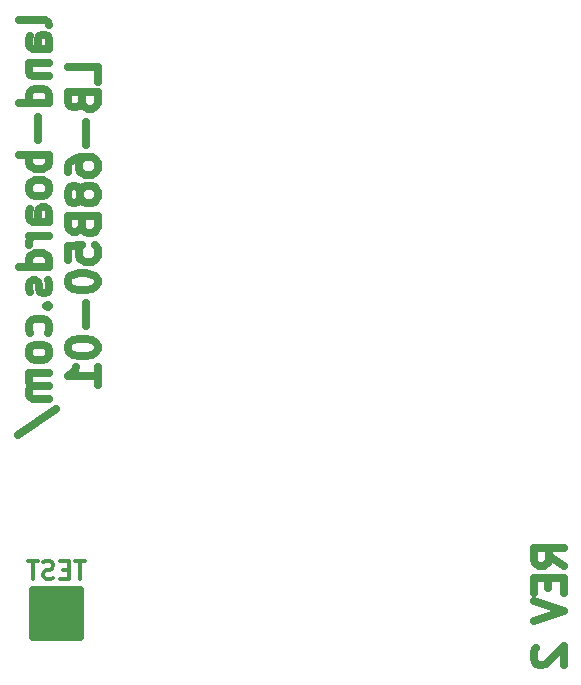
<source format=gbo>
G04 #@! TF.GenerationSoftware,KiCad,Pcbnew,(7.0.0)*
G04 #@! TF.CreationDate,2024-08-23T18:02:30-04:00*
G04 #@! TF.ProjectId,LB-68B50-01,4c422d36-3842-4353-902d-30312e6b6963,1*
G04 #@! TF.SameCoordinates,Original*
G04 #@! TF.FileFunction,Legend,Bot*
G04 #@! TF.FilePolarity,Positive*
%FSLAX46Y46*%
G04 Gerber Fmt 4.6, Leading zero omitted, Abs format (unit mm)*
G04 Created by KiCad (PCBNEW (7.0.0)) date 2024-08-23 18:02:30*
%MOMM*%
%LPD*%
G01*
G04 APERTURE LIST*
%ADD10C,0.635000*%
%ADD11C,0.304800*%
%ADD12C,0.650000*%
G04 APERTURE END LIST*
D10*
X136442147Y-91743592D02*
X136321195Y-91501687D01*
X136321195Y-91501687D02*
X136079290Y-91380734D01*
X136079290Y-91380734D02*
X133902147Y-91380734D01*
X136442147Y-93799782D02*
X135111671Y-93799782D01*
X135111671Y-93799782D02*
X134869766Y-93678829D01*
X134869766Y-93678829D02*
X134748814Y-93436925D01*
X134748814Y-93436925D02*
X134748814Y-92953115D01*
X134748814Y-92953115D02*
X134869766Y-92711210D01*
X136321195Y-93799782D02*
X136442147Y-93557877D01*
X136442147Y-93557877D02*
X136442147Y-92953115D01*
X136442147Y-92953115D02*
X136321195Y-92711210D01*
X136321195Y-92711210D02*
X136079290Y-92590258D01*
X136079290Y-92590258D02*
X135837385Y-92590258D01*
X135837385Y-92590258D02*
X135595480Y-92711210D01*
X135595480Y-92711210D02*
X135474528Y-92953115D01*
X135474528Y-92953115D02*
X135474528Y-93557877D01*
X135474528Y-93557877D02*
X135353576Y-93799782D01*
X134748814Y-95009305D02*
X136442147Y-95009305D01*
X134990719Y-95009305D02*
X134869766Y-95130258D01*
X134869766Y-95130258D02*
X134748814Y-95372163D01*
X134748814Y-95372163D02*
X134748814Y-95735020D01*
X134748814Y-95735020D02*
X134869766Y-95976924D01*
X134869766Y-95976924D02*
X135111671Y-96097877D01*
X135111671Y-96097877D02*
X136442147Y-96097877D01*
X136442147Y-98395972D02*
X133902147Y-98395972D01*
X136321195Y-98395972D02*
X136442147Y-98154067D01*
X136442147Y-98154067D02*
X136442147Y-97670258D01*
X136442147Y-97670258D02*
X136321195Y-97428353D01*
X136321195Y-97428353D02*
X136200242Y-97307400D01*
X136200242Y-97307400D02*
X135958338Y-97186448D01*
X135958338Y-97186448D02*
X135232623Y-97186448D01*
X135232623Y-97186448D02*
X134990719Y-97307400D01*
X134990719Y-97307400D02*
X134869766Y-97428353D01*
X134869766Y-97428353D02*
X134748814Y-97670258D01*
X134748814Y-97670258D02*
X134748814Y-98154067D01*
X134748814Y-98154067D02*
X134869766Y-98395972D01*
X135474528Y-99605495D02*
X135474528Y-101540734D01*
X136442147Y-102750257D02*
X133902147Y-102750257D01*
X134869766Y-102750257D02*
X134748814Y-102992162D01*
X134748814Y-102992162D02*
X134748814Y-103475972D01*
X134748814Y-103475972D02*
X134869766Y-103717876D01*
X134869766Y-103717876D02*
X134990719Y-103838829D01*
X134990719Y-103838829D02*
X135232623Y-103959781D01*
X135232623Y-103959781D02*
X135958338Y-103959781D01*
X135958338Y-103959781D02*
X136200242Y-103838829D01*
X136200242Y-103838829D02*
X136321195Y-103717876D01*
X136321195Y-103717876D02*
X136442147Y-103475972D01*
X136442147Y-103475972D02*
X136442147Y-102992162D01*
X136442147Y-102992162D02*
X136321195Y-102750257D01*
X136442147Y-105411210D02*
X136321195Y-105169305D01*
X136321195Y-105169305D02*
X136200242Y-105048352D01*
X136200242Y-105048352D02*
X135958338Y-104927400D01*
X135958338Y-104927400D02*
X135232623Y-104927400D01*
X135232623Y-104927400D02*
X134990719Y-105048352D01*
X134990719Y-105048352D02*
X134869766Y-105169305D01*
X134869766Y-105169305D02*
X134748814Y-105411210D01*
X134748814Y-105411210D02*
X134748814Y-105774067D01*
X134748814Y-105774067D02*
X134869766Y-106015971D01*
X134869766Y-106015971D02*
X134990719Y-106136924D01*
X134990719Y-106136924D02*
X135232623Y-106257876D01*
X135232623Y-106257876D02*
X135958338Y-106257876D01*
X135958338Y-106257876D02*
X136200242Y-106136924D01*
X136200242Y-106136924D02*
X136321195Y-106015971D01*
X136321195Y-106015971D02*
X136442147Y-105774067D01*
X136442147Y-105774067D02*
X136442147Y-105411210D01*
X136442147Y-108435019D02*
X135111671Y-108435019D01*
X135111671Y-108435019D02*
X134869766Y-108314066D01*
X134869766Y-108314066D02*
X134748814Y-108072162D01*
X134748814Y-108072162D02*
X134748814Y-107588352D01*
X134748814Y-107588352D02*
X134869766Y-107346447D01*
X136321195Y-108435019D02*
X136442147Y-108193114D01*
X136442147Y-108193114D02*
X136442147Y-107588352D01*
X136442147Y-107588352D02*
X136321195Y-107346447D01*
X136321195Y-107346447D02*
X136079290Y-107225495D01*
X136079290Y-107225495D02*
X135837385Y-107225495D01*
X135837385Y-107225495D02*
X135595480Y-107346447D01*
X135595480Y-107346447D02*
X135474528Y-107588352D01*
X135474528Y-107588352D02*
X135474528Y-108193114D01*
X135474528Y-108193114D02*
X135353576Y-108435019D01*
X136442147Y-109644542D02*
X134748814Y-109644542D01*
X135232623Y-109644542D02*
X134990719Y-109765495D01*
X134990719Y-109765495D02*
X134869766Y-109886447D01*
X134869766Y-109886447D02*
X134748814Y-110128352D01*
X134748814Y-110128352D02*
X134748814Y-110370257D01*
X136442147Y-112305495D02*
X133902147Y-112305495D01*
X136321195Y-112305495D02*
X136442147Y-112063590D01*
X136442147Y-112063590D02*
X136442147Y-111579781D01*
X136442147Y-111579781D02*
X136321195Y-111337876D01*
X136321195Y-111337876D02*
X136200242Y-111216923D01*
X136200242Y-111216923D02*
X135958338Y-111095971D01*
X135958338Y-111095971D02*
X135232623Y-111095971D01*
X135232623Y-111095971D02*
X134990719Y-111216923D01*
X134990719Y-111216923D02*
X134869766Y-111337876D01*
X134869766Y-111337876D02*
X134748814Y-111579781D01*
X134748814Y-111579781D02*
X134748814Y-112063590D01*
X134748814Y-112063590D02*
X134869766Y-112305495D01*
X136321195Y-113394066D02*
X136442147Y-113635971D01*
X136442147Y-113635971D02*
X136442147Y-114119780D01*
X136442147Y-114119780D02*
X136321195Y-114361685D01*
X136321195Y-114361685D02*
X136079290Y-114482637D01*
X136079290Y-114482637D02*
X135958338Y-114482637D01*
X135958338Y-114482637D02*
X135716433Y-114361685D01*
X135716433Y-114361685D02*
X135595480Y-114119780D01*
X135595480Y-114119780D02*
X135595480Y-113756923D01*
X135595480Y-113756923D02*
X135474528Y-113515018D01*
X135474528Y-113515018D02*
X135232623Y-113394066D01*
X135232623Y-113394066D02*
X135111671Y-113394066D01*
X135111671Y-113394066D02*
X134869766Y-113515018D01*
X134869766Y-113515018D02*
X134748814Y-113756923D01*
X134748814Y-113756923D02*
X134748814Y-114119780D01*
X134748814Y-114119780D02*
X134869766Y-114361685D01*
X136200242Y-115571208D02*
X136321195Y-115692161D01*
X136321195Y-115692161D02*
X136442147Y-115571208D01*
X136442147Y-115571208D02*
X136321195Y-115450256D01*
X136321195Y-115450256D02*
X136200242Y-115571208D01*
X136200242Y-115571208D02*
X136442147Y-115571208D01*
X136321195Y-117869304D02*
X136442147Y-117627399D01*
X136442147Y-117627399D02*
X136442147Y-117143590D01*
X136442147Y-117143590D02*
X136321195Y-116901685D01*
X136321195Y-116901685D02*
X136200242Y-116780732D01*
X136200242Y-116780732D02*
X135958338Y-116659780D01*
X135958338Y-116659780D02*
X135232623Y-116659780D01*
X135232623Y-116659780D02*
X134990719Y-116780732D01*
X134990719Y-116780732D02*
X134869766Y-116901685D01*
X134869766Y-116901685D02*
X134748814Y-117143590D01*
X134748814Y-117143590D02*
X134748814Y-117627399D01*
X134748814Y-117627399D02*
X134869766Y-117869304D01*
X136442147Y-119320733D02*
X136321195Y-119078828D01*
X136321195Y-119078828D02*
X136200242Y-118957875D01*
X136200242Y-118957875D02*
X135958338Y-118836923D01*
X135958338Y-118836923D02*
X135232623Y-118836923D01*
X135232623Y-118836923D02*
X134990719Y-118957875D01*
X134990719Y-118957875D02*
X134869766Y-119078828D01*
X134869766Y-119078828D02*
X134748814Y-119320733D01*
X134748814Y-119320733D02*
X134748814Y-119683590D01*
X134748814Y-119683590D02*
X134869766Y-119925494D01*
X134869766Y-119925494D02*
X134990719Y-120046447D01*
X134990719Y-120046447D02*
X135232623Y-120167399D01*
X135232623Y-120167399D02*
X135958338Y-120167399D01*
X135958338Y-120167399D02*
X136200242Y-120046447D01*
X136200242Y-120046447D02*
X136321195Y-119925494D01*
X136321195Y-119925494D02*
X136442147Y-119683590D01*
X136442147Y-119683590D02*
X136442147Y-119320733D01*
X136442147Y-121255970D02*
X134748814Y-121255970D01*
X134990719Y-121255970D02*
X134869766Y-121376923D01*
X134869766Y-121376923D02*
X134748814Y-121618828D01*
X134748814Y-121618828D02*
X134748814Y-121981685D01*
X134748814Y-121981685D02*
X134869766Y-122223589D01*
X134869766Y-122223589D02*
X135111671Y-122344542D01*
X135111671Y-122344542D02*
X136442147Y-122344542D01*
X135111671Y-122344542D02*
X134869766Y-122465494D01*
X134869766Y-122465494D02*
X134748814Y-122707399D01*
X134748814Y-122707399D02*
X134748814Y-123070256D01*
X134748814Y-123070256D02*
X134869766Y-123312161D01*
X134869766Y-123312161D02*
X135111671Y-123433113D01*
X135111671Y-123433113D02*
X136442147Y-123433113D01*
X133781195Y-126456923D02*
X137046909Y-124279780D01*
X140556947Y-96581684D02*
X140556947Y-95372160D01*
X140556947Y-95372160D02*
X138016947Y-95372160D01*
X139226471Y-98275017D02*
X139347423Y-98637874D01*
X139347423Y-98637874D02*
X139468376Y-98758827D01*
X139468376Y-98758827D02*
X139710280Y-98879779D01*
X139710280Y-98879779D02*
X140073138Y-98879779D01*
X140073138Y-98879779D02*
X140315042Y-98758827D01*
X140315042Y-98758827D02*
X140435995Y-98637874D01*
X140435995Y-98637874D02*
X140556947Y-98395969D01*
X140556947Y-98395969D02*
X140556947Y-97428350D01*
X140556947Y-97428350D02*
X138016947Y-97428350D01*
X138016947Y-97428350D02*
X138016947Y-98275017D01*
X138016947Y-98275017D02*
X138137900Y-98516922D01*
X138137900Y-98516922D02*
X138258852Y-98637874D01*
X138258852Y-98637874D02*
X138500757Y-98758827D01*
X138500757Y-98758827D02*
X138742661Y-98758827D01*
X138742661Y-98758827D02*
X138984566Y-98637874D01*
X138984566Y-98637874D02*
X139105519Y-98516922D01*
X139105519Y-98516922D02*
X139226471Y-98275017D01*
X139226471Y-98275017D02*
X139226471Y-97428350D01*
X139589328Y-99968350D02*
X139589328Y-101903589D01*
X138016947Y-104201684D02*
X138016947Y-103717874D01*
X138016947Y-103717874D02*
X138137900Y-103475970D01*
X138137900Y-103475970D02*
X138258852Y-103355017D01*
X138258852Y-103355017D02*
X138621709Y-103113112D01*
X138621709Y-103113112D02*
X139105519Y-102992160D01*
X139105519Y-102992160D02*
X140073138Y-102992160D01*
X140073138Y-102992160D02*
X140315042Y-103113112D01*
X140315042Y-103113112D02*
X140435995Y-103234065D01*
X140435995Y-103234065D02*
X140556947Y-103475970D01*
X140556947Y-103475970D02*
X140556947Y-103959779D01*
X140556947Y-103959779D02*
X140435995Y-104201684D01*
X140435995Y-104201684D02*
X140315042Y-104322636D01*
X140315042Y-104322636D02*
X140073138Y-104443589D01*
X140073138Y-104443589D02*
X139468376Y-104443589D01*
X139468376Y-104443589D02*
X139226471Y-104322636D01*
X139226471Y-104322636D02*
X139105519Y-104201684D01*
X139105519Y-104201684D02*
X138984566Y-103959779D01*
X138984566Y-103959779D02*
X138984566Y-103475970D01*
X138984566Y-103475970D02*
X139105519Y-103234065D01*
X139105519Y-103234065D02*
X139226471Y-103113112D01*
X139226471Y-103113112D02*
X139468376Y-102992160D01*
X139105519Y-105895018D02*
X138984566Y-105653113D01*
X138984566Y-105653113D02*
X138863614Y-105532160D01*
X138863614Y-105532160D02*
X138621709Y-105411208D01*
X138621709Y-105411208D02*
X138500757Y-105411208D01*
X138500757Y-105411208D02*
X138258852Y-105532160D01*
X138258852Y-105532160D02*
X138137900Y-105653113D01*
X138137900Y-105653113D02*
X138016947Y-105895018D01*
X138016947Y-105895018D02*
X138016947Y-106378827D01*
X138016947Y-106378827D02*
X138137900Y-106620732D01*
X138137900Y-106620732D02*
X138258852Y-106741684D01*
X138258852Y-106741684D02*
X138500757Y-106862637D01*
X138500757Y-106862637D02*
X138621709Y-106862637D01*
X138621709Y-106862637D02*
X138863614Y-106741684D01*
X138863614Y-106741684D02*
X138984566Y-106620732D01*
X138984566Y-106620732D02*
X139105519Y-106378827D01*
X139105519Y-106378827D02*
X139105519Y-105895018D01*
X139105519Y-105895018D02*
X139226471Y-105653113D01*
X139226471Y-105653113D02*
X139347423Y-105532160D01*
X139347423Y-105532160D02*
X139589328Y-105411208D01*
X139589328Y-105411208D02*
X140073138Y-105411208D01*
X140073138Y-105411208D02*
X140315042Y-105532160D01*
X140315042Y-105532160D02*
X140435995Y-105653113D01*
X140435995Y-105653113D02*
X140556947Y-105895018D01*
X140556947Y-105895018D02*
X140556947Y-106378827D01*
X140556947Y-106378827D02*
X140435995Y-106620732D01*
X140435995Y-106620732D02*
X140315042Y-106741684D01*
X140315042Y-106741684D02*
X140073138Y-106862637D01*
X140073138Y-106862637D02*
X139589328Y-106862637D01*
X139589328Y-106862637D02*
X139347423Y-106741684D01*
X139347423Y-106741684D02*
X139226471Y-106620732D01*
X139226471Y-106620732D02*
X139105519Y-106378827D01*
X139226471Y-108797875D02*
X139347423Y-109160732D01*
X139347423Y-109160732D02*
X139468376Y-109281685D01*
X139468376Y-109281685D02*
X139710280Y-109402637D01*
X139710280Y-109402637D02*
X140073138Y-109402637D01*
X140073138Y-109402637D02*
X140315042Y-109281685D01*
X140315042Y-109281685D02*
X140435995Y-109160732D01*
X140435995Y-109160732D02*
X140556947Y-108918827D01*
X140556947Y-108918827D02*
X140556947Y-107951208D01*
X140556947Y-107951208D02*
X138016947Y-107951208D01*
X138016947Y-107951208D02*
X138016947Y-108797875D01*
X138016947Y-108797875D02*
X138137900Y-109039780D01*
X138137900Y-109039780D02*
X138258852Y-109160732D01*
X138258852Y-109160732D02*
X138500757Y-109281685D01*
X138500757Y-109281685D02*
X138742661Y-109281685D01*
X138742661Y-109281685D02*
X138984566Y-109160732D01*
X138984566Y-109160732D02*
X139105519Y-109039780D01*
X139105519Y-109039780D02*
X139226471Y-108797875D01*
X139226471Y-108797875D02*
X139226471Y-107951208D01*
X138016947Y-111700732D02*
X138016947Y-110491208D01*
X138016947Y-110491208D02*
X139226471Y-110370256D01*
X139226471Y-110370256D02*
X139105519Y-110491208D01*
X139105519Y-110491208D02*
X138984566Y-110733113D01*
X138984566Y-110733113D02*
X138984566Y-111337875D01*
X138984566Y-111337875D02*
X139105519Y-111579780D01*
X139105519Y-111579780D02*
X139226471Y-111700732D01*
X139226471Y-111700732D02*
X139468376Y-111821685D01*
X139468376Y-111821685D02*
X140073138Y-111821685D01*
X140073138Y-111821685D02*
X140315042Y-111700732D01*
X140315042Y-111700732D02*
X140435995Y-111579780D01*
X140435995Y-111579780D02*
X140556947Y-111337875D01*
X140556947Y-111337875D02*
X140556947Y-110733113D01*
X140556947Y-110733113D02*
X140435995Y-110491208D01*
X140435995Y-110491208D02*
X140315042Y-110370256D01*
X138016947Y-113394066D02*
X138016947Y-113635971D01*
X138016947Y-113635971D02*
X138137900Y-113877875D01*
X138137900Y-113877875D02*
X138258852Y-113998828D01*
X138258852Y-113998828D02*
X138500757Y-114119780D01*
X138500757Y-114119780D02*
X138984566Y-114240733D01*
X138984566Y-114240733D02*
X139589328Y-114240733D01*
X139589328Y-114240733D02*
X140073138Y-114119780D01*
X140073138Y-114119780D02*
X140315042Y-113998828D01*
X140315042Y-113998828D02*
X140435995Y-113877875D01*
X140435995Y-113877875D02*
X140556947Y-113635971D01*
X140556947Y-113635971D02*
X140556947Y-113394066D01*
X140556947Y-113394066D02*
X140435995Y-113152161D01*
X140435995Y-113152161D02*
X140315042Y-113031209D01*
X140315042Y-113031209D02*
X140073138Y-112910256D01*
X140073138Y-112910256D02*
X139589328Y-112789304D01*
X139589328Y-112789304D02*
X138984566Y-112789304D01*
X138984566Y-112789304D02*
X138500757Y-112910256D01*
X138500757Y-112910256D02*
X138258852Y-113031209D01*
X138258852Y-113031209D02*
X138137900Y-113152161D01*
X138137900Y-113152161D02*
X138016947Y-113394066D01*
X139589328Y-115329304D02*
X139589328Y-117264543D01*
X138016947Y-118957876D02*
X138016947Y-119199781D01*
X138016947Y-119199781D02*
X138137900Y-119441685D01*
X138137900Y-119441685D02*
X138258852Y-119562638D01*
X138258852Y-119562638D02*
X138500757Y-119683590D01*
X138500757Y-119683590D02*
X138984566Y-119804543D01*
X138984566Y-119804543D02*
X139589328Y-119804543D01*
X139589328Y-119804543D02*
X140073138Y-119683590D01*
X140073138Y-119683590D02*
X140315042Y-119562638D01*
X140315042Y-119562638D02*
X140435995Y-119441685D01*
X140435995Y-119441685D02*
X140556947Y-119199781D01*
X140556947Y-119199781D02*
X140556947Y-118957876D01*
X140556947Y-118957876D02*
X140435995Y-118715971D01*
X140435995Y-118715971D02*
X140315042Y-118595019D01*
X140315042Y-118595019D02*
X140073138Y-118474066D01*
X140073138Y-118474066D02*
X139589328Y-118353114D01*
X139589328Y-118353114D02*
X138984566Y-118353114D01*
X138984566Y-118353114D02*
X138500757Y-118474066D01*
X138500757Y-118474066D02*
X138258852Y-118595019D01*
X138258852Y-118595019D02*
X138137900Y-118715971D01*
X138137900Y-118715971D02*
X138016947Y-118957876D01*
X140556947Y-122223591D02*
X140556947Y-120772162D01*
X140556947Y-121497876D02*
X138016947Y-121497876D01*
X138016947Y-121497876D02*
X138379804Y-121255972D01*
X138379804Y-121255972D02*
X138621709Y-121014067D01*
X138621709Y-121014067D02*
X138742661Y-120772162D01*
X180003147Y-137547047D02*
X178793623Y-136700380D01*
X180003147Y-136095618D02*
X177463147Y-136095618D01*
X177463147Y-136095618D02*
X177463147Y-137063237D01*
X177463147Y-137063237D02*
X177584100Y-137305142D01*
X177584100Y-137305142D02*
X177705052Y-137426095D01*
X177705052Y-137426095D02*
X177946957Y-137547047D01*
X177946957Y-137547047D02*
X178309814Y-137547047D01*
X178309814Y-137547047D02*
X178551719Y-137426095D01*
X178551719Y-137426095D02*
X178672671Y-137305142D01*
X178672671Y-137305142D02*
X178793623Y-137063237D01*
X178793623Y-137063237D02*
X178793623Y-136095618D01*
X178672671Y-138635618D02*
X178672671Y-139482285D01*
X180003147Y-139845142D02*
X180003147Y-138635618D01*
X180003147Y-138635618D02*
X177463147Y-138635618D01*
X177463147Y-138635618D02*
X177463147Y-139845142D01*
X177463147Y-140570856D02*
X180003147Y-141417523D01*
X180003147Y-141417523D02*
X177463147Y-142264190D01*
X177705052Y-144513904D02*
X177584100Y-144634856D01*
X177584100Y-144634856D02*
X177463147Y-144876761D01*
X177463147Y-144876761D02*
X177463147Y-145481523D01*
X177463147Y-145481523D02*
X177584100Y-145723428D01*
X177584100Y-145723428D02*
X177705052Y-145844380D01*
X177705052Y-145844380D02*
X177946957Y-145965333D01*
X177946957Y-145965333D02*
X178188861Y-145965333D01*
X178188861Y-145965333D02*
X178551719Y-145844380D01*
X178551719Y-145844380D02*
X180003147Y-144392952D01*
X180003147Y-144392952D02*
X180003147Y-145965333D01*
D11*
X139489543Y-137166288D02*
X138618686Y-137166288D01*
X139054114Y-138690288D02*
X139054114Y-137166288D01*
X138110685Y-137892002D02*
X137602685Y-137892002D01*
X137384971Y-138690288D02*
X138110685Y-138690288D01*
X138110685Y-138690288D02*
X138110685Y-137166288D01*
X138110685Y-137166288D02*
X137384971Y-137166288D01*
X136804400Y-138617717D02*
X136586686Y-138690288D01*
X136586686Y-138690288D02*
X136223828Y-138690288D01*
X136223828Y-138690288D02*
X136078686Y-138617717D01*
X136078686Y-138617717D02*
X136006114Y-138545145D01*
X136006114Y-138545145D02*
X135933543Y-138400002D01*
X135933543Y-138400002D02*
X135933543Y-138254860D01*
X135933543Y-138254860D02*
X136006114Y-138109717D01*
X136006114Y-138109717D02*
X136078686Y-138037145D01*
X136078686Y-138037145D02*
X136223828Y-137964574D01*
X136223828Y-137964574D02*
X136514114Y-137892002D01*
X136514114Y-137892002D02*
X136659257Y-137819431D01*
X136659257Y-137819431D02*
X136731828Y-137746860D01*
X136731828Y-137746860D02*
X136804400Y-137601717D01*
X136804400Y-137601717D02*
X136804400Y-137456574D01*
X136804400Y-137456574D02*
X136731828Y-137311431D01*
X136731828Y-137311431D02*
X136659257Y-137238860D01*
X136659257Y-137238860D02*
X136514114Y-137166288D01*
X136514114Y-137166288D02*
X136151257Y-137166288D01*
X136151257Y-137166288D02*
X135933543Y-137238860D01*
X135498114Y-137166288D02*
X134627257Y-137166288D01*
X135062685Y-138690288D02*
X135062685Y-137166288D01*
D12*
X135058400Y-139630400D02*
X139058400Y-139630400D01*
X139058400Y-139630400D02*
X139058400Y-143630400D01*
X139058400Y-143630400D02*
X135058400Y-143630400D01*
X135058400Y-143630400D02*
X135058400Y-139630400D01*
X135058400Y-139630400D02*
X135058400Y-140130400D01*
X135058400Y-140130400D02*
X139058400Y-140130400D01*
X139058400Y-140130400D02*
X139058400Y-140630400D01*
X139058400Y-140630400D02*
X135058400Y-140630400D01*
X135058400Y-140630400D02*
X135058400Y-141130400D01*
X135058400Y-141130400D02*
X139058400Y-141130400D01*
X139058400Y-141130400D02*
X139058400Y-141630400D01*
X139058400Y-141630400D02*
X135058400Y-141630400D01*
X135058400Y-141630400D02*
X135058400Y-142130400D01*
X135058400Y-142130400D02*
X138558400Y-142130400D01*
X138558400Y-142130400D02*
X139058400Y-142130400D01*
X139058400Y-142130400D02*
X139058400Y-142630400D01*
X139058400Y-142630400D02*
X135058400Y-142630400D01*
X135058400Y-142630400D02*
X135058400Y-143130400D01*
X135058400Y-143130400D02*
X139058400Y-143130400D01*
M02*

</source>
